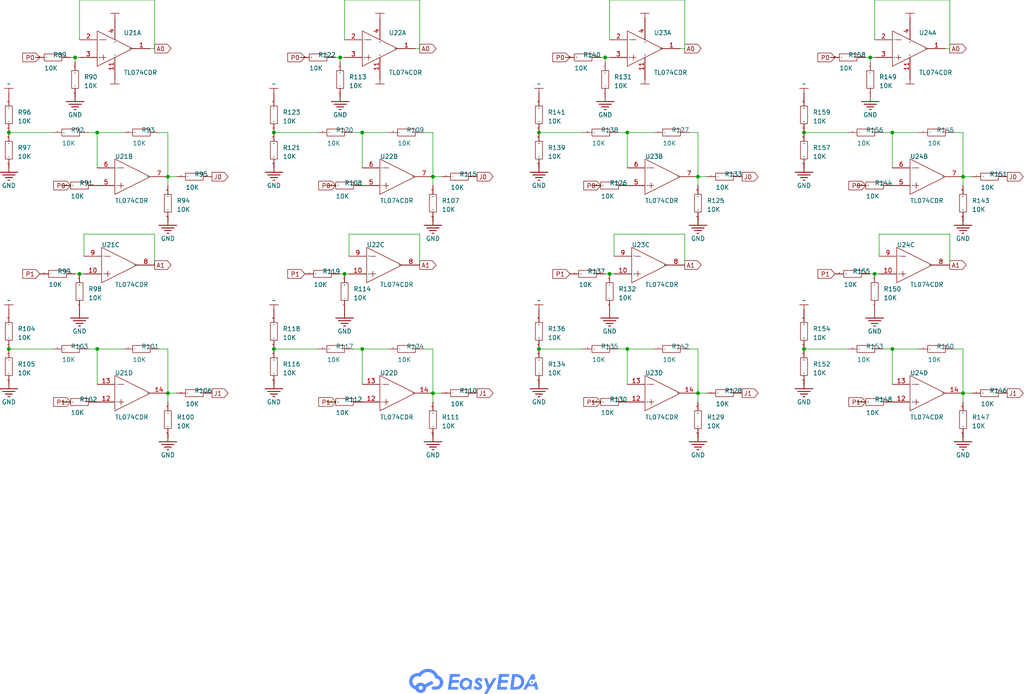
<source format=kicad_sch>
(kicad_sch (version 20231120) (generator "eeschema") (generator_version "8.0")
  (paper "User" 294.386 199.542)
  (junction (at 22.86 78.74))
  (junction (at 173.99 16.51))
  (junction (at 256.54 100.33))
  (junction (at 97.79 16.51))
  (junction (at 27.94 100.33))
  (junction (at 200.66 50.8))
  (junction (at 256.54 38.1))
  (junction (at 251.46 78.74))
  (junction (at 154.94 38.1))
  (junction (at 48.26 50.8))
  (junction (at 2.54 38.1))
  (junction (at 2.54 100.33))
  (junction (at 124.46 113.03))
  (junction (at 99.06 78.74))
  (junction (at 231.14 100.33))
  (junction (at 180.34 100.33))
  (junction (at 21.59 16.51))
  (junction (at 48.26 113.03))
  (junction (at 124.46 50.8))
  (junction (at 154.94 100.33))
  (junction (at 104.14 100.33))
  (junction (at 27.94 38.1))
  (junction (at 276.86 50.8))
  (junction (at 180.34 38.1))
  (junction (at 200.66 113.03))
  (junction (at 231.14 38.1))
  (junction (at 78.74 38.1))
  (junction (at 175.26 78.74))
  (junction (at 78.74 100.33))
  (junction (at 250.19 16.51))
  (junction (at 104.14 38.1))
  (junction (at 276.86 113.03))
  (wire (pts (xy 124.46 62.23) (xy 124.46 63.5)))
  (wire (pts (xy 196.85 67.31) (xy 196.85 76.2)))
  (wire (pts (xy 87.63 16.51) (xy 86.36 16.51)))
  (wire (pts (xy 256.54 100.33) (xy 264.16 100.33)))
  (wire (pts (xy 17.78 53.34) (xy 20.32 53.34)))
  (wire (pts (xy 48.26 62.23) (xy 48.26 63.5)))
  (wire (pts (xy 256.54 48.26) (xy 256.54 38.1)))
  (wire (pts (xy 240.03 16.51) (xy 238.76 16.51)))
  (wire (pts (xy 104.14 110.49) (xy 104.14 100.33)))
  (wire (pts (xy 196.85 0) (xy 175.26 0)))
  (wire (pts (xy 256.54 100.33) (xy 254 100.33)))
  (wire (pts (xy 48.26 53.34) (xy 48.26 50.8)))
  (wire (pts (xy 163.83 16.51) (xy 162.56 16.51)))
  (wire (pts (xy 48.26 50.8) (xy 50.8 50.8)))
  (wire (pts (xy 231.14 110.49) (xy 231.14 109.22)))
  (wire (pts (xy 21.59 16.51) (xy 22.86 16.51)))
  (wire (pts (xy 48.26 115.57) (xy 48.26 113.03)))
  (wire (pts (xy 173.99 16.51) (xy 175.26 16.51)))
  (wire (pts (xy 276.86 62.23) (xy 276.86 63.5)))
  (wire (pts (xy 276.86 53.34) (xy 276.86 50.8)))
  (wire (pts (xy 200.66 50.8) (xy 203.2 50.8)))
  (wire (pts (xy 173.99 16.51) (xy 173.99 17.78)))
  (wire (pts (xy 196.85 0) (xy 196.85 13.97)))
  (wire (pts (xy 11.43 16.51) (xy 10.16 16.51)))
  (wire (pts (xy 243.84 38.1) (xy 231.14 38.1)))
  (wire (pts (xy 124.46 115.57) (xy 124.46 113.03)))
  (wire (pts (xy 104.14 38.1) (xy 111.76 38.1)))
  (wire (pts (xy 97.79 78.74) (xy 99.06 78.74)))
  (wire (pts (xy 274.32 100.33) (xy 276.86 100.33)))
  (wire (pts (xy 273.05 0) (xy 273.05 13.97)))
  (wire (pts (xy 250.19 16.51) (xy 250.19 17.78)))
  (wire (pts (xy 200.66 50.8) (xy 200.66 38.1)))
  (wire (pts (xy 250.19 78.74) (xy 251.46 78.74)))
  (wire (pts (xy 200.66 62.23) (xy 200.66 63.5)))
  (wire (pts (xy 250.19 16.51) (xy 251.46 16.51)))
  (wire (pts (xy 154.94 110.49) (xy 154.94 109.22)))
  (wire (pts (xy 48.26 113.03) (xy 48.26 100.33)))
  (wire (pts (xy 44.45 67.31) (xy 44.45 76.2)))
  (wire (pts (xy 124.46 53.34) (xy 124.46 50.8)))
  (wire (pts (xy 252.73 78.74) (xy 251.46 78.74)))
  (wire (pts (xy 200.66 115.57) (xy 200.66 113.03)))
  (wire (pts (xy 22.86 11.43) (xy 22.86 0)))
  (wire (pts (xy 273.05 0) (xy 251.46 0)))
  (wire (pts (xy 24.13 67.31) (xy 44.45 67.31)))
  (wire (pts (xy 170.18 53.34) (xy 172.72 53.34)))
  (wire (pts (xy 78.74 48.26) (xy 78.74 46.99)))
  (wire (pts (xy 180.34 48.26) (xy 180.34 38.1)))
  (wire (pts (xy 124.46 50.8) (xy 124.46 38.1)))
  (wire (pts (xy 256.54 38.1) (xy 254 38.1)))
  (wire (pts (xy 44.45 0) (xy 44.45 13.97)))
  (wire (pts (xy 97.79 26.67) (xy 97.79 27.94)))
  (wire (pts (xy 231.14 48.26) (xy 231.14 46.99)))
  (wire (pts (xy 167.64 38.1) (xy 154.94 38.1)))
  (wire (pts (xy 24.13 78.74) (xy 22.86 78.74)))
  (wire (pts (xy 246.38 53.34) (xy 248.92 53.34)))
  (wire (pts (xy 44.45 13.97) (xy 43.18 13.97)))
  (wire (pts (xy 176.53 78.74) (xy 175.26 78.74)))
  (wire (pts (xy 196.85 13.97) (xy 195.58 13.97)))
  (wire (pts (xy 180.34 100.33) (xy 177.8 100.33)))
  (wire (pts (xy 175.26 11.43) (xy 175.26 0)))
  (wire (pts (xy 91.44 100.33) (xy 78.74 100.33)))
  (wire (pts (xy 21.59 16.51) (xy 21.59 17.78)))
  (wire (pts (xy 176.53 67.31) (xy 176.53 73.66)))
  (wire (pts (xy 99.06 11.43) (xy 99.06 0)))
  (wire (pts (xy 200.66 124.46) (xy 200.66 125.73)))
  (wire (pts (xy 170.18 115.57) (xy 172.72 115.57)))
  (wire (pts (xy 48.26 113.03) (xy 50.8 113.03)))
  (wire (pts (xy 44.45 0) (xy 22.86 0)))
  (wire (pts (xy 180.34 110.49) (xy 180.34 100.33)))
  (wire (pts (xy 104.14 48.26) (xy 104.14 38.1)))
  (wire (pts (xy 176.53 67.31) (xy 196.85 67.31)))
  (wire (pts (xy 91.44 38.1) (xy 78.74 38.1)))
  (wire (pts (xy 276.86 113.03) (xy 276.86 100.33)))
  (wire (pts (xy 172.72 16.51) (xy 173.99 16.51)))
  (wire (pts (xy 173.99 26.67) (xy 173.99 27.94)))
  (wire (pts (xy 276.86 113.03) (xy 279.4 113.03)))
  (wire (pts (xy 200.66 113.03) (xy 203.2 113.03)))
  (wire (pts (xy 248.92 16.51) (xy 250.19 16.51)))
  (wire (pts (xy 121.92 100.33) (xy 124.46 100.33)))
  (wire (pts (xy 200.66 113.03) (xy 200.66 100.33)))
  (wire (pts (xy 120.65 67.31) (xy 120.65 76.2)))
  (wire (pts (xy 273.05 67.31) (xy 273.05 76.2)))
  (wire (pts (xy 27.94 100.33) (xy 35.56 100.33)))
  (wire (pts (xy 104.14 100.33) (xy 101.6 100.33)))
  (wire (pts (xy 121.92 38.1) (xy 124.46 38.1)))
  (wire (pts (xy 256.54 38.1) (xy 264.16 38.1)))
  (wire (pts (xy 180.34 100.33) (xy 187.96 100.33)))
  (wire (pts (xy 180.34 38.1) (xy 187.96 38.1)))
  (wire (pts (xy 120.65 13.97) (xy 119.38 13.97)))
  (wire (pts (xy 97.79 16.51) (xy 99.06 16.51)))
  (wire (pts (xy 198.12 100.33) (xy 200.66 100.33)))
  (wire (pts (xy 24.13 67.31) (xy 24.13 73.66)))
  (wire (pts (xy 252.73 67.31) (xy 273.05 67.31)))
  (wire (pts (xy 27.94 100.33) (xy 25.4 100.33)))
  (wire (pts (xy 27.94 48.26) (xy 27.94 38.1)))
  (wire (pts (xy 21.59 26.67) (xy 21.59 27.94)))
  (wire (pts (xy 273.05 13.97) (xy 271.78 13.97)))
  (wire (pts (xy 15.24 38.1) (xy 2.54 38.1)))
  (wire (pts (xy 276.86 50.8) (xy 279.4 50.8)))
  (wire (pts (xy 173.99 78.74) (xy 175.26 78.74)))
  (wire (pts (xy 45.72 100.33) (xy 48.26 100.33)))
  (wire (pts (xy 27.94 38.1) (xy 25.4 38.1)))
  (wire (pts (xy 120.65 0) (xy 99.06 0)))
  (wire (pts (xy 276.86 50.8) (xy 276.86 38.1)))
  (wire (pts (xy 180.34 38.1) (xy 177.8 38.1)))
  (wire (pts (xy 276.86 124.46) (xy 276.86 125.73)))
  (wire (pts (xy 100.33 67.31) (xy 120.65 67.31)))
  (wire (pts (xy 256.54 110.49) (xy 256.54 100.33)))
  (wire (pts (xy 45.72 38.1) (xy 48.26 38.1)))
  (wire (pts (xy 167.64 100.33) (xy 154.94 100.33)))
  (wire (pts (xy 100.33 78.74) (xy 99.06 78.74)))
  (wire (pts (xy 250.19 26.67) (xy 250.19 27.94)))
  (wire (pts (xy 200.66 53.34) (xy 200.66 50.8)))
  (wire (pts (xy 104.14 100.33) (xy 111.76 100.33)))
  (wire (pts (xy 243.84 100.33) (xy 231.14 100.33)))
  (wire (pts (xy 27.94 110.49) (xy 27.94 100.33)))
  (wire (pts (xy 96.52 16.51) (xy 97.79 16.51)))
  (wire (pts (xy 252.73 67.31) (xy 252.73 73.66)))
  (wire (pts (xy 124.46 50.8) (xy 127 50.8)))
  (wire (pts (xy 274.32 38.1) (xy 276.86 38.1)))
  (wire (pts (xy 48.26 50.8) (xy 48.26 38.1)))
  (wire (pts (xy 48.26 124.46) (xy 48.26 125.73)))
  (wire (pts (xy 21.59 78.74) (xy 22.86 78.74)))
  (wire (pts (xy 27.94 38.1) (xy 35.56 38.1)))
  (wire (pts (xy 78.74 110.49) (xy 78.74 109.22)))
  (wire (pts (xy 198.12 38.1) (xy 200.66 38.1)))
  (wire (pts (xy 276.86 115.57) (xy 276.86 113.03)))
  (wire (pts (xy 2.54 48.26) (xy 2.54 46.99)))
  (wire (pts (xy 97.79 16.51) (xy 97.79 17.78)))
  (wire (pts (xy 2.54 110.49) (xy 2.54 109.22)))
  (wire (pts (xy 154.94 48.26) (xy 154.94 46.99)))
  (wire (pts (xy 100.33 67.31) (xy 100.33 73.66)))
  (wire (pts (xy 120.65 0) (xy 120.65 13.97)))
  (wire (pts (xy 124.46 113.03) (xy 127 113.03)))
  (wire (pts (xy 20.32 16.51) (xy 21.59 16.51)))
  (wire (pts (xy 251.46 11.43) (xy 251.46 0)))
  (wire (pts (xy 17.78 115.57) (xy 20.32 115.57)))
  (wire (pts (xy 246.38 115.57) (xy 248.92 115.57)))
  (wire (pts (xy 124.46 113.03) (xy 124.46 100.33)))
  (wire (pts (xy 104.14 38.1) (xy 101.6 38.1)))
  (wire (pts (xy 124.46 124.46) (xy 124.46 125.73)))
  (wire (pts (xy 15.24 100.33) (xy 2.54 100.33)))
  (wire (pts (xy 93.98 115.57) (xy 96.52 115.57)))
  (wire (pts (xy 93.98 53.34) (xy 96.52 53.34)))
  (global_label "P1" (shape input) (at 11.43 78.74 180) (property "Intersheetrefs" "${INTERSHEET_REFS}" (effects (hide yes))))
  (global_label "P1" (shape input) (at 240.03 78.74 180) (property "Intersheetrefs" "${INTERSHEET_REFS}" (effects (hide yes))))
  (global_label "P0" (shape input) (at 11.43 16.51 180) (property "Intersheetrefs" "${INTERSHEET_REFS}" (effects (hide yes))))
  (global_label "A0" (shape output) (at 196.85 13.97 0) (property "Intersheetrefs" "${INTERSHEET_REFS}" (effects (hide yes))))
  (global_label "J0" (shape output) (at 60.96 50.8 0) (property "Intersheetrefs" "${INTERSHEET_REFS}" (effects (hide yes))))
  (global_label "J1" (shape output) (at 289.56 113.03 0) (property "Intersheetrefs" "${INTERSHEET_REFS}" (effects (hide yes))))
  (global_label "J0" (shape output) (at 137.16 50.8 0) (property "Intersheetrefs" "${INTERSHEET_REFS}" (effects (hide yes))))
  (global_label "J0" (shape output) (at 213.36 50.8 0) (property "Intersheetrefs" "${INTERSHEET_REFS}" (effects (hide yes))))
  (global_label "P1" (shape input) (at 96.52 115.57 180) (property "Intersheetrefs" "${INTERSHEET_REFS}" (effects (hide yes))))
  (global_label "P1" (shape input) (at 172.72 115.57 180) (property "Intersheetrefs" "${INTERSHEET_REFS}" (effects (hide yes))))
  (global_label "A0" (shape output) (at 44.45 13.97 0) (property "Intersheetrefs" "${INTERSHEET_REFS}" (effects (hide yes))))
  (global_label "J1" (shape output) (at 213.36 113.03 0) (property "Intersheetrefs" "${INTERSHEET_REFS}" (effects (hide yes))))
  (global_label "A0" (shape output) (at 273.05 13.97 0) (property "Intersheetrefs" "${INTERSHEET_REFS}" (effects (hide yes))))
  (global_label "P0" (shape input) (at 20.32 53.34 180) (property "Intersheetrefs" "${INTERSHEET_REFS}" (effects (hide yes))))
  (global_label "A1" (shape output) (at 273.05 76.2 0) (property "Intersheetrefs" "${INTERSHEET_REFS}" (effects (hide yes))))
  (global_label "P0" (shape input) (at 87.63 16.51 180) (property "Intersheetrefs" "${INTERSHEET_REFS}" (effects (hide yes))))
  (global_label "P1" (shape input) (at 163.83 78.74 180) (property "Intersheetrefs" "${INTERSHEET_REFS}" (effects (hide yes))))
  (global_label "P0" (shape input) (at 163.83 16.51 180) (property "Intersheetrefs" "${INTERSHEET_REFS}" (effects (hide yes))))
  (global_label "J0" (shape output) (at 289.56 50.8 0) (property "Intersheetrefs" "${INTERSHEET_REFS}" (effects (hide yes))))
  (global_label "P1" (shape input) (at 20.32 115.57 180) (property "Intersheetrefs" "${INTERSHEET_REFS}" (effects (hide yes))))
  (global_label "J1" (shape output) (at 137.16 113.03 0) (property "Intersheetrefs" "${INTERSHEET_REFS}" (effects (hide yes))))
  (global_label "J1" (shape output) (at 60.96 113.03 0) (property "Intersheetrefs" "${INTERSHEET_REFS}" (effects (hide yes))))
  (global_label "P1" (shape input) (at 87.63 78.74 180) (property "Intersheetrefs" "${INTERSHEET_REFS}" (effects (hide yes))))
  (global_label "P0" (shape input) (at 248.92 53.34 180) (property "Intersheetrefs" "${INTERSHEET_REFS}" (effects (hide yes))))
  (global_label "P1" (shape input) (at 248.92 115.57 180) (property "Intersheetrefs" "${INTERSHEET_REFS}" (effects (hide yes))))
  (global_label "A0" (shape output) (at 120.65 13.97 0) (property "Intersheetrefs" "${INTERSHEET_REFS}" (effects (hide yes))))
  (global_label "P0" (shape input) (at 172.72 53.34 180) (property "Intersheetrefs" "${INTERSHEET_REFS}" (effects (hide yes))))
  (global_label "P0" (shape input) (at 240.03 16.51 180) (property "Intersheetrefs" "${INTERSHEET_REFS}" (effects (hide yes))))
  (global_label "A1" (shape output) (at 120.65 76.2 0) (property "Intersheetrefs" "${INTERSHEET_REFS}" (effects (hide yes))))
  (global_label "A1" (shape output) (at 44.45 76.2 0) (property "Intersheetrefs" "${INTERSHEET_REFS}" (effects (hide yes))))
  (global_label "A1" (shape output) (at 196.85 76.2 0) (property "Intersheetrefs" "${INTERSHEET_REFS}" (effects (hide yes))))
  (global_label "P0" (shape input) (at 96.52 53.34 180) (property "Intersheetrefs" "${INTERSHEET_REFS}" (effects (hide yes))))
  (symbol (lib_id "ProPrj_Fad-easyedapro:Ground-GND") (at 78.74 109.22 0) (unit 1)
    (property "Reference" "#PWR?" (effects (hide yes)))
    (property "Value" "GND" (at 78.74 115.57 0))
    (property "Footprint" "ProPrj_Fad-easyedapro:" (effects (hide yes)))
  )
  (symbol (lib_id "ProPrj_Fad-easyedapro:Ground-GND") (at 231.14 109.22 0) (unit 1)
    (property "Reference" "#PWR?" (effects (hide yes)))
    (property "Value" "GND" (at 231.14 115.57 0))
    (property "Footprint" "ProPrj_Fad-easyedapro:" (effects (hide yes)))
  )
  (symbol (lib_id "ProPrj_Fad-easyedapro:Res") (at 99.06 115.57 0) (unit 1)
    (property "Reference" "R112" (at 99.06 115.57 0) (effects (justify left bottom)))
    (property "Value" "10K" (at 96.52 119.38 0) (effects (justify left bottom)))
    (property "Footprint" "ProPrj_Fad-easyedapro:R0603" (effects (hide yes)))
  )
  (symbol (lib_id "ProPrj_Fad-easyedapro:Res") (at 96.52 38.1 0) (unit 1)
    (property "Reference" "R120" (at 96.52 38.1 0) (effects (justify left bottom)))
    (property "Value" "10K" (at 93.98 41.91 0) (effects (justify left bottom)))
    (property "Footprint" "ProPrj_Fad-easyedapro:R0603" (effects (hide yes)))
  )
  (symbol (lib_id "ProPrj_Fad-easyedapro:Res") (at 245.11 78.74 0) (unit 1)
    (property "Reference" "R155" (at 245.11 78.74 0) (effects (justify left bottom)))
    (property "Value" "10K" (at 242.57 82.55 0) (effects (justify left bottom)))
    (property "Footprint" "ProPrj_Fad-easyedapro:R0603" (effects (hide yes)))
  )
  (symbol (lib_id "ProPrj_Fad-easyedapro:TL074CDR") (at 33.02 13.97 0) (unit 1)
    (property "Reference" "U21" (at 35.56 10.16 0) (effects (justify left bottom)))
    (property "Value" "TL074CDR" (at 35.56 21.59 0) (effects (justify left bottom)))
    (property "Footprint" "ProPrj_Fad-easyedapro:SOIC-14_L8.7-W3.9-P1.27-LS6.0-BL" (effects (hide yes)))
    (property "Datasheet" "https://www.ti.com/cn/lit/gpn/tl074" (effects (hide yes)))
    (property "Description" "Gain Bandwidth Product(GBP):5.25MHz Current - Input Bias(Ib):65pA Voltage - Input Offset(Vos):3mV Slew Rate(SR):13V/us Supply Current Per Channel:1.4mA Operating Temperature:0°C~+70°C Operating Temperature:0°C~+70°C" (effects (hide yes)))
    (property "Manufacturer Part" "TL074CDR" (effects (hide yes)))
    (property "Manufacturer" "TI(德州仪器)" (effects (hide yes)))
    (property "Supplier Part" "C12594" (effects (hide yes)))
    (property "Supplier" "LCSC" (effects (hide yes)))
    (property "LCSC Part Name" "TL074CDR" (effects (hide yes)))
    (property "Relevance" "[]" (effects (hide yes)))
  )
  (symbol (lib_id "ProPrj_Fad-easyedapro:TL074CDR") (at 110.49 76.2 0) (unit 3)
    (property "Reference" "U22" (at 105.41 71.12 0) (effects (justify left bottom)))
    (property "Value" "TL074CDR" (at 109.22 82.55 0) (effects (justify left bottom)))
    (property "Footprint" "ProPrj_Fad-easyedapro:SOIC-14_L8.7-W3.9-P1.27-LS6.0-BL" (effects (hide yes)))
    (property "Datasheet" "https://www.ti.com/cn/lit/gpn/tl074" (effects (hide yes)))
    (property "Description" "Gain Bandwidth Product(GBP):5.25MHz Current - Input Bias(Ib):65pA Voltage - Input Offset(Vos):3mV Slew Rate(SR):13V/us Supply Current Per Channel:1.4mA Operating Temperature:0°C~+70°C Operating Temperature:0°C~+70°C" (effects (hide yes)))
    (property "Manufacturer Part" "TL074CDR" (effects (hide yes)))
    (property "Manufacturer" "TI(德州仪器)" (effects (hide yes)))
    (property "Supplier Part" "C12594" (effects (hide yes)))
    (property "Supplier" "LCSC" (effects (hide yes)))
    (property "LCSC Part Name" "TL074CDR" (effects (hide yes)))
    (property "Relevance" "[]" (effects (hide yes)))
  )
  (symbol (lib_id "ProPrj_Fad-easyedapro:Power-5V") (at 2.54 90.17 0) (unit 1)
    (property "Reference" "#PWR?" (effects (hide yes)))
    (property "Footprint" "ProPrj_Fad-easyedapro:" (effects (hide yes)))
    (property "Description" "Power-5V" (effects (hide yes)))
  )
  (symbol (lib_id "ProPrj_Fad-easyedapro:Drawing-Symbol_A4") (at -6.35 203.2 0) (unit 1)
    (property "Reference" "?" (at -6.35 203.2 0))
    (property "Footprint" "ProPrj_Fad-easyedapro:" (effects (hide yes)))
    (property "@Board Name" "Board1" (effects (hide yes)))
    (property "@Create Date" "2025-02-10" (effects (hide yes)))
    (property "@Create Time" "17:05:29" (effects (hide yes)))
    (property "@Page Count" "2" (effects (hide yes)))
    (property "@Page Name" "P2" (effects (hide yes)))
    (property "@Page No" "2" (effects (hide yes)))
    (property "@Project Name" "FaderBay" (effects (hide yes)))
    (property "@Schematic Name" "Schematic1" (effects (hide yes)))
    (property "@Update Date" "2025-02-10" (effects (hide yes)))
    (property "@Update Time" "18:05:29" (effects (hide yes)))
    (property "Blade Width" "10" (effects (hide yes)))
    (property "Border" "1" (effects (hide yes)))
    (property "Company" "EasyEDA.com" (effects (hide yes)))
    (property "Height" "825" (effects (hide yes)))
    (property "Page Size" "A4" (effects (hide yes)))
    (property "Region Start" "1" (effects (hide yes)))
    (property "Title Block" "1" (effects (hide yes)))
    (property "Title Block Position" "3" (effects (hide yes)))
    (property "Version" "V1.0" (effects (hide yes)))
    (property "Width" "1170" (effects (hide yes)))
    (property "X Region Count" "6" (effects (hide yes)))
    (property "Y Region Count" "4" (effects (hide yes)))
  )
  (symbol (lib_id "ProPrj_Fad-easyedapro:Res") (at 16.51 78.74 0) (unit 1)
    (property "Reference" "R99" (at 16.51 78.74 0) (effects (justify left bottom)))
    (property "Value" "10K" (at 13.97 82.55 0) (effects (justify left bottom)))
    (property "Footprint" "ProPrj_Fad-easyedapro:R0603" (effects (hide yes)))
  )
  (symbol (lib_id "ProPrj_Fad-easyedapro:Power-5V") (at 231.14 90.17 0) (unit 1)
    (property "Reference" "#PWR?" (effects (hide yes)))
    (property "Footprint" "ProPrj_Fad-easyedapro:" (effects (hide yes)))
    (property "Description" "Power-5V" (effects (hide yes)))
  )
  (symbol (lib_id "ProPrj_Fad-easyedapro:Power-5V") (at 231.14 27.94 0) (unit 1)
    (property "Reference" "#PWR?" (effects (hide yes)))
    (property "Footprint" "ProPrj_Fad-easyedapro:" (effects (hide yes)))
    (property "Description" "Power-5V" (effects (hide yes)))
  )
  (symbol (lib_id "ProPrj_Fad-easyedapro:Res") (at 91.44 16.51 0) (unit 1)
    (property "Reference" "R122" (at 91.44 16.51 0) (effects (justify left bottom)))
    (property "Value" "10K" (at 88.9 20.32 0) (effects (justify left bottom)))
    (property "Footprint" "ProPrj_Fad-easyedapro:R0603" (effects (hide yes)))
  )
  (symbol (lib_name "Power-VCC_4") (lib_id "ProPrj_Fad-easyedapro:Power-VCC") (at 261.62 21.59 180) (unit 1)
    (property "Reference" "#PWR?" (effects (hide yes)))
    (property "Value" "-12V" (effects (hide yes)))
    (property "Footprint" "ProPrj_Fad-easyedapro:" (effects (hide yes)))
  )
  (symbol (lib_id "ProPrj_Fad-easyedapro:Ground-GND") (at 231.14 46.99 0) (unit 1)
    (property "Reference" "#PWR?" (effects (hide yes)))
    (property "Value" "GND" (at 231.14 53.34 0))
    (property "Footprint" "ProPrj_Fad-easyedapro:" (effects (hide yes)))
  )
  (symbol (lib_id "ProPrj_Fad-easyedapro:Res") (at 124.46 58.42 90) (unit 1)
    (property "Reference" "R107" (at 127 58.42 90) (effects (justify right top)))
    (property "Value" "10K" (at 127 60.96 90) (effects (justify right top)))
    (property "Footprint" "ProPrj_Fad-easyedapro:R0603" (effects (hide yes)))
  )
  (symbol (lib_name "Power-VCC_3") (lib_id "ProPrj_Fad-easyedapro:Power-VCC") (at 185.42 21.59 180) (unit 1)
    (property "Reference" "#PWR?" (effects (hide yes)))
    (property "Value" "-12V" (effects (hide yes)))
    (property "Footprint" "ProPrj_Fad-easyedapro:" (effects (hide yes)))
  )
  (symbol (lib_id "ProPrj_Fad-easyedapro:Res") (at 173.99 22.86 90) (unit 1)
    (property "Reference" "R131" (at 176.53 22.86 90) (effects (justify right top)))
    (property "Value" "10K" (at 176.53 25.4 90) (effects (justify right top)))
    (property "Footprint" "ProPrj_Fad-easyedapro:R0603" (effects (hide yes)))
  )
  (symbol (lib_id "ProPrj_Fad-easyedapro:Power-VCC") (at 185.42 6.35 0) (unit 1)
    (property "Reference" "#PWR?" (effects (hide yes)))
    (property "Value" "+12V" (effects (hide yes)))
    (property "Footprint" "ProPrj_Fad-easyedapro:" (effects (hide yes)))
  )
  (symbol (lib_id "ProPrj_Fad-easyedapro:Res") (at 200.66 120.65 90) (unit 1)
    (property "Reference" "R129" (at 203.2 120.65 90) (effects (justify right top)))
    (property "Value" "10K" (at 203.2 123.19 90) (effects (justify right top)))
    (property "Footprint" "ProPrj_Fad-easyedapro:R0603" (effects (hide yes)))
  )
  (symbol (lib_id "ProPrj_Fad-easyedapro:Res") (at 99.06 53.34 0) (unit 1)
    (property "Reference" "R108" (at 99.06 53.34 0) (effects (justify left bottom)))
    (property "Value" "10K" (at 96.52 57.15 0) (effects (justify left bottom)))
    (property "Footprint" "ProPrj_Fad-easyedapro:R0603" (effects (hide yes)))
  )
  (symbol (lib_id "ProPrj_Fad-easyedapro:Res") (at 22.86 53.34 0) (unit 1)
    (property "Reference" "R91" (at 22.86 53.34 0) (effects (justify left bottom)))
    (property "Value" "10K" (at 20.32 57.15 0) (effects (justify left bottom)))
    (property "Footprint" "ProPrj_Fad-easyedapro:R0603" (effects (hide yes)))
  )
  (symbol (lib_id "ProPrj_Fad-easyedapro:TL074CDR") (at 190.5 50.8 0) (unit 2)
    (property "Reference" "U23" (at 185.42 45.72 0) (effects (justify left bottom)))
    (property "Value" "TL074CDR" (at 185.42 58.42 0) (effects (justify left bottom)))
    (property "Footprint" "ProPrj_Fad-easyedapro:SOIC-14_L8.7-W3.9-P1.27-LS6.0-BL" (effects (hide yes)))
    (property "Datasheet" "https://www.ti.com/cn/lit/gpn/tl074" (effects (hide yes)))
    (property "Description" "Gain Bandwidth Product(GBP):5.25MHz Current - Input Bias(Ib):65pA Voltage - Input Offset(Vos):3mV Slew Rate(SR):13V/us Supply Current Per Channel:1.4mA Operating Temperature:0°C~+70°C Operating Temperature:0°C~+70°C" (effects (hide yes)))
    (property "Manufacturer Part" "TL074CDR" (effects (hide yes)))
    (property "Manufacturer" "TI(德州仪器)" (effects (hide yes)))
    (property "Supplier Part" "C12594" (effects (hide yes)))
    (property "Supplier" "LCSC" (effects (hide yes)))
    (property "LCSC Part Name" "TL074CDR" (effects (hide yes)))
    (property "Relevance" "[]" (effects (hide yes)))
  )
  (symbol (lib_id "ProPrj_Fad-easyedapro:TL074CDR") (at 266.7 50.8 0) (unit 2)
    (property "Reference" "U24" (at 261.62 45.72 0) (effects (justify left bottom)))
    (property "Value" "TL074CDR" (at 261.62 58.42 0) (effects (justify left bottom)))
    (property "Footprint" "ProPrj_Fad-easyedapro:SOIC-14_L8.7-W3.9-P1.27-LS6.0-BL" (effects (hide yes)))
    (property "Datasheet" "https://www.ti.com/cn/lit/gpn/tl074" (effects (hide yes)))
    (property "Description" "Gain Bandwidth Product(GBP):5.25MHz Current - Input Bias(Ib):65pA Voltage - Input Offset(Vos):3mV Slew Rate(SR):13V/us Supply Current Per Channel:1.4mA Operating Temperature:0°C~+70°C Operating Temperature:0°C~+70°C" (effects (hide yes)))
    (property "Manufacturer Part" "TL074CDR" (effects (hide yes)))
    (property "Manufacturer" "TI(德州仪器)" (effects (hide yes)))
    (property "Supplier Part" "C12594" (effects (hide yes)))
    (property "Supplier" "LCSC" (effects (hide yes)))
    (property "LCSC Part Name" "TL074CDR" (effects (hide yes)))
    (property "Relevance" "[]" (effects (hide yes)))
  )
  (symbol (lib_id "ProPrj_Fad-easyedapro:TL074CDR") (at 185.42 13.97 0) (unit 1)
    (property "Reference" "U23" (at 187.96 10.16 0) (effects (justify left bottom)))
    (property "Value" "TL074CDR" (at 187.96 21.59 0) (effects (justify left bottom)))
    (property "Footprint" "ProPrj_Fad-easyedapro:SOIC-14_L8.7-W3.9-P1.27-LS6.0-BL" (effects (hide yes)))
    (property "Datasheet" "https://www.ti.com/cn/lit/gpn/tl074" (effects (hide yes)))
    (property "Description" "Gain Bandwidth Product(GBP):5.25MHz Current - Input Bias(Ib):65pA Voltage - Input Offset(Vos):3mV Slew Rate(SR):13V/us Supply Current Per Channel:1.4mA Operating Temperature:0°C~+70°C Operating Temperature:0°C~+70°C" (effects (hide yes)))
    (property "Manufacturer Part" "TL074CDR" (effects (hide yes)))
    (property "Manufacturer" "TI(德州仪器)" (effects (hide yes)))
    (property "Supplier Part" "C12594" (effects (hide yes)))
    (property "Supplier" "LCSC" (effects (hide yes)))
    (property "LCSC Part Name" "TL074CDR" (effects (hide yes)))
    (property "Relevance" "[]" (effects (hide yes)))
  )
  (symbol (lib_id "ProPrj_Fad-easyedapro:Ground-GND") (at 250.19 26.67 0) (unit 1)
    (property "Reference" "#PWR?" (effects (hide yes)))
    (property "Value" "GND" (at 250.19 33.02 0))
    (property "Footprint" "ProPrj_Fad-easyedapro:" (effects (hide yes)))
  )
  (symbol (lib_id "ProPrj_Fad-easyedapro:Ground-GND") (at 22.86 88.9 0) (unit 1)
    (property "Reference" "#PWR?" (effects (hide yes)))
    (property "Value" "GND" (at 22.86 95.25 0))
    (property "Footprint" "ProPrj_Fad-easyedapro:" (effects (hide yes)))
  )
  (symbol (lib_id "ProPrj_Fad-easyedapro:Ground-GND") (at 276.86 124.46 0) (unit 1)
    (property "Reference" "#PWR?" (effects (hide yes)))
    (property "Value" "GND" (at 276.86 130.81 0))
    (property "Footprint" "ProPrj_Fad-easyedapro:" (effects (hide yes)))
  )
  (symbol (lib_id "ProPrj_Fad-easyedapro:Res") (at 132.08 113.03 0) (unit 1)
    (property "Reference" "R110" (at 132.08 113.03 0) (effects (justify left bottom)))
    (property "Value" "10K" (at 129.54 116.84 0) (effects (justify left bottom)))
    (property "Footprint" "ProPrj_Fad-easyedapro:R0603" (effects (hide yes)))
  )
  (symbol (lib_id "ProPrj_Fad-easyedapro:Ground-GND") (at 99.06 88.9 0) (unit 1)
    (property "Reference" "#PWR?" (effects (hide yes)))
    (property "Value" "GND" (at 99.06 95.25 0))
    (property "Footprint" "ProPrj_Fad-easyedapro:" (effects (hide yes)))
  )
  (symbol (lib_id "ProPrj_Fad-easyedapro:Power-5V") (at 154.94 90.17 0) (unit 1)
    (property "Reference" "#PWR?" (effects (hide yes)))
    (property "Footprint" "ProPrj_Fad-easyedapro:" (effects (hide yes)))
    (property "Description" "Power-5V" (effects (hide yes)))
  )
  (symbol (lib_id "ProPrj_Fad-easyedapro:Res") (at 92.71 78.74 0) (unit 1)
    (property "Reference" "R119" (at 92.71 78.74 0) (effects (justify left bottom)))
    (property "Value" "10K" (at 90.17 82.55 0) (effects (justify left bottom)))
    (property "Footprint" "ProPrj_Fad-easyedapro:R0603" (effects (hide yes)))
  )
  (symbol (lib_id "ProPrj_Fad-easyedapro:Res") (at 175.26 53.34 0) (unit 1)
    (property "Reference" "R126" (at 175.26 53.34 0) (effects (justify left bottom)))
    (property "Value" "10K" (at 172.72 57.15 0) (effects (justify left bottom)))
    (property "Footprint" "ProPrj_Fad-easyedapro:R0603" (effects (hide yes)))
  )
  (symbol (lib_id "ProPrj_Fad-easyedapro:TL074CDR") (at 262.89 76.2 0) (unit 3)
    (property "Reference" "U24" (at 257.81 71.12 0) (effects (justify left bottom)))
    (property "Value" "TL074CDR" (at 261.62 82.55 0) (effects (justify left bottom)))
    (property "Footprint" "ProPrj_Fad-easyedapro:SOIC-14_L8.7-W3.9-P1.27-LS6.0-BL" (effects (hide yes)))
    (property "Datasheet" "https://www.ti.com/cn/lit/gpn/tl074" (effects (hide yes)))
    (property "Description" "Gain Bandwidth Product(GBP):5.25MHz Current - Input Bias(Ib):65pA Voltage - Input Offset(Vos):3mV Slew Rate(SR):13V/us Supply Current Per Channel:1.4mA Operating Temperature:0°C~+70°C Operating Temperature:0°C~+70°C" (effects (hide yes)))
    (property "Manufacturer Part" "TL074CDR" (effects (hide yes)))
    (property "Manufacturer" "TI(德州仪器)" (effects (hide yes)))
    (property "Supplier Part" "C12594" (effects (hide yes)))
    (property "Supplier" "LCSC" (effects (hide yes)))
    (property "LCSC Part Name" "TL074CDR" (effects (hide yes)))
    (property "Relevance" "[]" (effects (hide yes)))
  )
  (symbol (lib_id "ProPrj_Fad-easyedapro:Res") (at 193.04 100.33 0) (unit 1)
    (property "Reference" "R142" (at 193.04 100.33 0) (effects (justify left bottom)))
    (property "Value" "10K" (at 190.5 104.14 0) (effects (justify left bottom)))
    (property "Footprint" "ProPrj_Fad-easyedapro:R0603" (effects (hide yes)))
  )
  (symbol (lib_id "ProPrj_Fad-easyedapro:Res") (at 172.72 38.1 0) (unit 1)
    (property "Reference" "R138" (at 172.72 38.1 0) (effects (justify left bottom)))
    (property "Value" "10K" (at 170.18 41.91 0) (effects (justify left bottom)))
    (property "Footprint" "ProPrj_Fad-easyedapro:R0603" (effects (hide yes)))
  )
  (symbol (lib_id "ProPrj_Fad-easyedapro:Ground-GND") (at 251.46 88.9 0) (unit 1)
    (property "Reference" "#PWR?" (effects (hide yes)))
    (property "Value" "GND" (at 251.46 95.25 0))
    (property "Footprint" "ProPrj_Fad-easyedapro:" (effects (hide yes)))
  )
  (symbol (lib_id "ProPrj_Fad-easyedapro:Res") (at 97.79 22.86 90) (unit 1)
    (property "Reference" "R113" (at 100.33 22.86 90) (effects (justify right top)))
    (property "Value" "10K" (at 100.33 25.4 90) (effects (justify right top)))
    (property "Footprint" "ProPrj_Fad-easyedapro:R0603" (effects (hide yes)))
  )
  (symbol (lib_id "ProPrj_Fad-easyedapro:Res") (at 116.84 100.33 0) (unit 1)
    (property "Reference" "R124" (at 116.84 100.33 0) (effects (justify left bottom)))
    (property "Value" "10K" (at 114.3 104.14 0) (effects (justify left bottom)))
    (property "Footprint" "ProPrj_Fad-easyedapro:R0603" (effects (hide yes)))
  )
  (symbol (lib_id "ProPrj_Fad-easyedapro:Res") (at 231.14 43.18 90) (unit 1)
    (property "Reference" "R157" (at 233.68 43.18 90) (effects (justify right top)))
    (property "Value" "10K" (at 233.68 45.72 90) (effects (justify right top)))
    (property "Footprint" "ProPrj_Fad-easyedapro:R0603" (effects (hide yes)))
  )
  (symbol (lib_id "ProPrj_Fad-easyedapro:Ground-GND") (at 48.26 62.23 0) (unit 1)
    (property "Reference" "#PWR?" (effects (hide yes)))
    (property "Value" "GND" (at 48.26 68.58 0))
    (property "Footprint" "ProPrj_Fad-easyedapro:" (effects (hide yes)))
  )
  (symbol (lib_id "ProPrj_Fad-easyedapro:TL074CDR") (at 186.69 76.2 0) (unit 3)
    (property "Reference" "U23" (at 181.61 71.12 0) (effects (justify left bottom)))
    (property "Value" "TL074CDR" (at 185.42 82.55 0) (effects (justify left bottom)))
    (property "Footprint" "ProPrj_Fad-easyedapro:SOIC-14_L8.7-W3.9-P1.27-LS6.0-BL" (effects (hide yes)))
    (property "Datasheet" "https://www.ti.com/cn/lit/gpn/tl074" (effects (hide yes)))
    (property "Description" "Gain Bandwidth Product(GBP):5.25MHz Current - Input Bias(Ib):65pA Voltage - Input Offset(Vos):3mV Slew Rate(SR):13V/us Supply Current Per Channel:1.4mA Operating Temperature:0°C~+70°C Operating Temperature:0°C~+70°C" (effects (hide yes)))
    (property "Manufacturer Part" "TL074CDR" (effects (hide yes)))
    (property "Manufacturer" "TI(德州仪器)" (effects (hide yes)))
    (property "Supplier Part" "C12594" (effects (hide yes)))
    (property "Supplier" "LCSC" (effects (hide yes)))
    (property "LCSC Part Name" "TL074CDR" (effects (hide yes)))
    (property "Relevance" "[]" (effects (hide yes)))
  )
  (symbol (lib_id "ProPrj_Fad-easyedapro:Res") (at 208.28 50.8 0) (unit 1)
    (property "Reference" "R133" (at 208.28 50.8 0) (effects (justify left bottom)))
    (property "Value" "10K" (at 205.74 54.61 0) (effects (justify left bottom)))
    (property "Footprint" "ProPrj_Fad-easyedapro:R0603" (effects (hide yes)))
  )
  (symbol (lib_id "ProPrj_Fad-easyedapro:TL074CDR") (at 261.62 13.97 0) (unit 1)
    (property "Reference" "U24" (at 264.16 10.16 0) (effects (justify left bottom)))
    (property "Value" "TL074CDR" (at 264.16 21.59 0) (effects (justify left bottom)))
    (property "Footprint" "ProPrj_Fad-easyedapro:SOIC-14_L8.7-W3.9-P1.27-LS6.0-BL" (effects (hide yes)))
    (property "Datasheet" "https://www.ti.com/cn/lit/gpn/tl074" (effects (hide yes)))
    (property "Description" "Gain Bandwidth Product(GBP):5.25MHz Current - Input Bias(Ib):65pA Voltage - Input Offset(Vos):3mV Slew Rate(SR):13V/us Supply Current Per Channel:1.4mA Operating Temperature:0°C~+70°C Operating Temperature:0°C~+70°C" (effects (hide yes)))
    (property "Manufacturer Part" "TL074CDR" (effects (hide yes)))
    (property "Manufacturer" "TI(德州仪器)" (effects (hide yes)))
    (property "Supplier Part" "C12594" (effects (hide yes)))
    (property "Supplier" "LCSC" (effects (hide yes)))
    (property "LCSC Part Name" "TL074CDR" (effects (hide yes)))
    (property "Relevance" "[]" (effects (hide yes)))
  )
  (symbol (lib_id "ProPrj_Fad-easyedapro:Res") (at 231.14 95.25 90) (unit 1)
    (property "Reference" "R154" (at 233.68 95.25 90) (effects (justify right top)))
    (property "Value" "10K" (at 233.68 97.79 90) (effects (justify right top)))
    (property "Footprint" "ProPrj_Fad-easyedapro:R0603" (effects (hide yes)))
  )
  (symbol (lib_id "ProPrj_Fad-easyedapro:Res") (at 22.86 115.57 0) (unit 1)
    (property "Reference" "R102" (at 22.86 115.57 0) (effects (justify left bottom)))
    (property "Value" "10K" (at 20.32 119.38 0) (effects (justify left bottom)))
    (property "Footprint" "ProPrj_Fad-easyedapro:R0603" (effects (hide yes)))
  )
  (symbol (lib_id "ProPrj_Fad-easyedapro:Res") (at 175.26 115.57 0) (unit 1)
    (property "Reference" "R130" (at 175.26 115.57 0) (effects (justify left bottom)))
    (property "Value" "10K" (at 172.72 119.38 0) (effects (justify left bottom)))
    (property "Footprint" "ProPrj_Fad-easyedapro:R0603" (effects (hide yes)))
  )
  (symbol (lib_id "ProPrj_Fad-easyedapro:Res") (at 2.54 43.18 90) (unit 1)
    (property "Reference" "R97" (at 5.08 43.18 90) (effects (justify right top)))
    (property "Value" "10K" (at 5.08 45.72 90) (effects (justify right top)))
    (property "Footprint" "ProPrj_Fad-easyedapro:R0603" (effects (hide yes)))
  )
  (symbol (lib_id "ProPrj_Fad-easyedapro:Ground-GND") (at 21.59 26.67 0) (unit 1)
    (property "Reference" "#PWR?" (effects (hide yes)))
    (property "Value" "GND" (at 21.59 33.02 0))
    (property "Footprint" "ProPrj_Fad-easyedapro:" (effects (hide yes)))
  )
  (symbol (lib_id "ProPrj_Fad-easyedapro:TL074CDR") (at 114.3 50.8 0) (unit 2)
    (property "Reference" "U22" (at 109.22 45.72 0) (effects (justify left bottom)))
    (property "Value" "TL074CDR" (at 109.22 58.42 0) (effects (justify left bottom)))
    (property "Footprint" "ProPrj_Fad-easyedapro:SOIC-14_L8.7-W3.9-P1.27-LS6.0-BL" (effects (hide yes)))
    (property "Datasheet" "https://www.ti.com/cn/lit/gpn/tl074" (effects (hide yes)))
    (property "Description" "Gain Bandwidth Product(GBP):5.25MHz Current - Input Bias(Ib):65pA Voltage - Input Offset(Vos):3mV Slew Rate(SR):13V/us Supply Current Per Channel:1.4mA Operating Temperature:0°C~+70°C Operating Temperature:0°C~+70°C" (effects (hide yes)))
    (property "Manufacturer Part" "TL074CDR" (effects (hide yes)))
    (property "Manufacturer" "TI(德州仪器)" (effects (hide yes)))
    (property "Supplier Part" "C12594" (effects (hide yes)))
    (property "Supplier" "LCSC" (effects (hide yes)))
    (property "LCSC Part Name" "TL074CDR" (effects (hide yes)))
    (property "Relevance" "[]" (effects (hide yes)))
  )
  (symbol (lib_id "ProPrj_Fad-easyedapro:Res") (at 251.46 83.82 90) (unit 1)
    (property "Reference" "R150" (at 254 83.82 90) (effects (justify right top)))
    (property "Value" "10K" (at 254 86.36 90) (effects (justify right top)))
    (property "Footprint" "ProPrj_Fad-easyedapro:R0603" (effects (hide yes)))
  )
  (symbol (lib_id "ProPrj_Fad-easyedapro:Ground-GND") (at 200.66 62.23 0) (unit 1)
    (property "Reference" "#PWR?" (effects (hide yes)))
    (property "Value" "GND" (at 200.66 68.58 0))
    (property "Footprint" "ProPrj_Fad-easyedapro:" (effects (hide yes)))
  )
  (symbol (lib_id "ProPrj_Fad-easyedapro:Res") (at 22.86 83.82 90) (unit 1)
    (property "Reference" "R98" (at 25.4 83.82 90) (effects (justify right top)))
    (property "Value" "10K" (at 25.4 86.36 90) (effects (justify right top)))
    (property "Footprint" "ProPrj_Fad-easyedapro:R0603" (effects (hide yes)))
  )
  (symbol (lib_id "ProPrj_Fad-easyedapro:Res") (at 78.74 95.25 90) (unit 1)
    (property "Reference" "R118" (at 81.28 95.25 90) (effects (justify right top)))
    (property "Value" "10K" (at 81.28 97.79 90) (effects (justify right top)))
    (property "Footprint" "ProPrj_Fad-easyedapro:R0603" (effects (hide yes)))
  )
  (symbol (lib_id "ProPrj_Fad-easyedapro:Res") (at 248.92 100.33 0) (unit 1)
    (property "Reference" "R153" (at 248.92 100.33 0) (effects (justify left bottom)))
    (property "Value" "10K" (at 246.38 104.14 0) (effects (justify left bottom)))
    (property "Footprint" "ProPrj_Fad-easyedapro:R0603" (effects (hide yes)))
  )
  (symbol (lib_id "ProPrj_Fad-easyedapro:Ground-GND") (at 2.54 46.99 0) (unit 1)
    (property "Reference" "#PWR?" (effects (hide yes)))
    (property "Value" "GND" (at 2.54 53.34 0))
    (property "Footprint" "ProPrj_Fad-easyedapro:" (effects (hide yes)))
  )
  (symbol (lib_id "ProPrj_Fad-easyedapro:Res") (at 269.24 38.1 0) (unit 1)
    (property "Reference" "R145" (at 269.24 38.1 0) (effects (justify left bottom)))
    (property "Value" "10K" (at 266.7 41.91 0) (effects (justify left bottom)))
    (property "Footprint" "ProPrj_Fad-easyedapro:R0603" (effects (hide yes)))
  )
  (symbol (lib_id "ProPrj_Fad-easyedapro:Ground-GND") (at 2.54 109.22 0) (unit 1)
    (property "Reference" "#PWR?" (effects (hide yes)))
    (property "Value" "GND" (at 2.54 115.57 0))
    (property "Footprint" "ProPrj_Fad-easyedapro:" (effects (hide yes)))
  )
  (symbol (lib_id "ProPrj_Fad-easyedapro:Res") (at 96.52 100.33 0) (unit 1)
    (property "Reference" "R117" (at 96.52 100.33 0) (effects (justify left bottom)))
    (property "Value" "10K" (at 93.98 104.14 0) (effects (justify left bottom)))
    (property "Footprint" "ProPrj_Fad-easyedapro:R0603" (effects (hide yes)))
  )
  (symbol (lib_id "ProPrj_Fad-easyedapro:Res") (at 55.88 113.03 0) (unit 1)
    (property "Reference" "R106" (at 55.88 113.03 0) (effects (justify left bottom)))
    (property "Value" "10K" (at 53.34 116.84 0) (effects (justify left bottom)))
    (property "Footprint" "ProPrj_Fad-easyedapro:R0603" (effects (hide yes)))
  )
  (symbol (lib_id "ProPrj_Fad-easyedapro:Ground-GND") (at 173.99 26.67 0) (unit 1)
    (property "Reference" "#PWR?" (effects (hide yes)))
    (property "Value" "GND" (at 173.99 33.02 0))
    (property "Footprint" "ProPrj_Fad-easyedapro:" (effects (hide yes)))
  )
  (symbol (lib_id "ProPrj_Fad-easyedapro:Res") (at 172.72 100.33 0) (unit 1)
    (property "Reference" "R135" (at 172.72 100.33 0) (effects (justify left bottom)))
    (property "Value" "10K" (at 170.18 104.14 0) (effects (justify left bottom)))
    (property "Footprint" "ProPrj_Fad-easyedapro:R0603" (effects (hide yes)))
  )
  (symbol (lib_id "ProPrj_Fad-easyedapro:Res") (at 154.94 105.41 90) (unit 1)
    (property "Reference" "R134" (at 157.48 105.41 90) (effects (justify right top)))
    (property "Value" "10K" (at 157.48 107.95 90) (effects (justify right top)))
    (property "Footprint" "ProPrj_Fad-easyedapro:R0603" (effects (hide yes)))
  )
  (symbol (lib_id "ProPrj_Fad-easyedapro:Res") (at 243.84 16.51 0) (unit 1)
    (property "Reference" "R158" (at 243.84 16.51 0) (effects (justify left bottom)))
    (property "Value" "10K" (at 241.3 20.32 0) (effects (justify left bottom)))
    (property "Footprint" "ProPrj_Fad-easyedapro:R0603" (effects (hide yes)))
  )
  (symbol (lib_name "Power-VCC_1") (lib_id "ProPrj_Fad-easyedapro:Power-VCC") (at 33.02 21.59 180) (unit 1)
    (property "Reference" "#PWR?" (effects (hide yes)))
    (property "Value" "-12V" (effects (hide yes)))
    (property "Footprint" "ProPrj_Fad-easyedapro:" (effects (hide yes)))
  )
  (symbol (lib_id "ProPrj_Fad-easyedapro:Res") (at 175.26 83.82 90) (unit 1)
    (property "Reference" "R132" (at 177.8 83.82 90) (effects (justify right top)))
    (property "Value" "10K" (at 177.8 86.36 90) (effects (justify right top)))
    (property "Footprint" "ProPrj_Fad-easyedapro:R0603" (effects (hide yes)))
  )
  (symbol (lib_id "ProPrj_Fad-easyedapro:Power-VCC") (at 109.22 6.35 0) (unit 1)
    (property "Reference" "#PWR?" (effects (hide yes)))
    (property "Value" "+12V" (effects (hide yes)))
    (property "Footprint" "ProPrj_Fad-easyedapro:" (effects (hide yes)))
  )
  (symbol (lib_id "ProPrj_Fad-easyedapro:Res") (at 48.26 120.65 90) (unit 1)
    (property "Reference" "R100" (at 50.8 120.65 90) (effects (justify right top)))
    (property "Value" "10K" (at 50.8 123.19 90) (effects (justify right top)))
    (property "Footprint" "ProPrj_Fad-easyedapro:R0603" (effects (hide yes)))
  )
  (symbol (lib_id "ProPrj_Fad-easyedapro:Res") (at 154.94 95.25 90) (unit 1)
    (property "Reference" "R136" (at 157.48 95.25 90) (effects (justify right top)))
    (property "Value" "10K" (at 157.48 97.79 90) (effects (justify right top)))
    (property "Footprint" "ProPrj_Fad-easyedapro:R0603" (effects (hide yes)))
  )
  (symbol (lib_id "ProPrj_Fad-easyedapro:TL074CDR") (at 38.1 50.8 0) (unit 2)
    (property "Reference" "U21" (at 33.02 45.72 0) (effects (justify left bottom)))
    (property "Value" "TL074CDR" (at 33.02 58.42 0) (effects (justify left bottom)))
    (property "Footprint" "ProPrj_Fad-easyedapro:SOIC-14_L8.7-W3.9-P1.27-LS6.0-BL" (effects (hide yes)))
    (property "Datasheet" "https://www.ti.com/cn/lit/gpn/tl074" (effects (hide yes)))
    (property "Description" "Gain Bandwidth Product(GBP):5.25MHz Current - Input Bias(Ib):65pA Voltage - Input Offset(Vos):3mV Slew Rate(SR):13V/us Supply Current Per Channel:1.4mA Operating Temperature:0°C~+70°C Operating Temperature:0°C~+70°C" (effects (hide yes)))
    (property "Manufacturer Part" "TL074CDR" (effects (hide yes)))
    (property "Manufacturer" "TI(德州仪器)" (effects (hide yes)))
    (property "Supplier Part" "C12594" (effects (hide yes)))
    (property "Supplier" "LCSC" (effects (hide yes)))
    (property "LCSC Part Name" "TL074CDR" (effects (hide yes)))
    (property "Relevance" "[]" (effects (hide yes)))
  )
  (symbol (lib_id "ProPrj_Fad-easyedapro:Res") (at 193.04 38.1 0) (unit 1)
    (property "Reference" "R127" (at 193.04 38.1 0) (effects (justify left bottom)))
    (property "Value" "10K" (at 190.5 41.91 0) (effects (justify left bottom)))
    (property "Footprint" "ProPrj_Fad-easyedapro:R0603" (effects (hide yes)))
  )
  (symbol (lib_id "ProPrj_Fad-easyedapro:Res") (at 276.86 58.42 90) (unit 1)
    (property "Reference" "R143" (at 279.4 58.42 90) (effects (justify right top)))
    (property "Value" "10K" (at 279.4 60.96 90) (effects (justify right top)))
    (property "Footprint" "ProPrj_Fad-easyedapro:R0603" (effects (hide yes)))
  )
  (symbol (lib_id "ProPrj_Fad-easyedapro:Res") (at 132.08 50.8 0) (unit 1)
    (property "Reference" "R115" (at 132.08 50.8 0) (effects (justify left bottom)))
    (property "Value" "10K" (at 129.54 54.61 0) (effects (justify left bottom)))
    (property "Footprint" "ProPrj_Fad-easyedapro:R0603" (effects (hide yes)))
  )
  (symbol (lib_id "ProPrj_Fad-easyedapro:Ground-GND") (at 78.74 46.99 0) (unit 1)
    (property "Reference" "#PWR?" (effects (hide yes)))
    (property "Value" "GND" (at 78.74 53.34 0))
    (property "Footprint" "ProPrj_Fad-easyedapro:" (effects (hide yes)))
  )
  (symbol (lib_id "ProPrj_Fad-easyedapro:Res") (at 40.64 38.1 0) (unit 1)
    (property "Reference" "R93" (at 40.64 38.1 0) (effects (justify left bottom)))
    (property "Value" "10K" (at 38.1 41.91 0) (effects (justify left bottom)))
    (property "Footprint" "ProPrj_Fad-easyedapro:R0603" (effects (hide yes)))
  )
  (symbol (lib_id "ProPrj_Fad-easyedapro:Power-5V") (at 2.54 27.94 0) (unit 1)
    (property "Reference" "#PWR?" (effects (hide yes)))
    (property "Footprint" "ProPrj_Fad-easyedapro:" (effects (hide yes)))
    (property "Description" "Power-5V" (effects (hide yes)))
  )
  (symbol (lib_id "ProPrj_Fad-easyedapro:Res") (at 55.88 50.8 0) (unit 1)
    (property "Reference" "R95" (at 55.88 50.8 0) (effects (justify left bottom)))
    (property "Value" "10K" (at 53.34 54.61 0) (effects (justify left bottom)))
    (property "Footprint" "ProPrj_Fad-easyedapro:R0603" (effects (hide yes)))
  )
  (symbol (lib_id "ProPrj_Fad-easyedapro:Power-5V") (at 154.94 27.94 0) (unit 1)
    (property "Reference" "#PWR?" (effects (hide yes)))
    (property "Footprint" "ProPrj_Fad-easyedapro:" (effects (hide yes)))
    (property "Description" "Power-5V" (effects (hide yes)))
  )
  (symbol (lib_id "ProPrj_Fad-easyedapro:Res") (at 208.28 113.03 0) (unit 1)
    (property "Reference" "R128" (at 208.28 113.03 0) (effects (justify left bottom)))
    (property "Value" "10K" (at 205.74 116.84 0) (effects (justify left bottom)))
    (property "Footprint" "ProPrj_Fad-easyedapro:R0603" (effects (hide yes)))
  )
  (symbol (lib_id "ProPrj_Fad-easyedapro:TL074CDR") (at 38.1 113.03 0) (unit 4)
    (property "Reference" "U21" (at 33.02 107.95 0) (effects (justify left bottom)))
    (property "Value" "TL074CDR" (at 33.02 120.65 0) (effects (justify left bottom)))
    (property "Footprint" "ProPrj_Fad-easyedapro:SOIC-14_L8.7-W3.9-P1.27-LS6.0-BL" (effects (hide yes)))
    (property "Datasheet" "https://www.ti.com/cn/lit/gpn/tl074" (effects (hide yes)))
    (property "Description" "Gain Bandwidth Product(GBP):5.25MHz Current - Input Bias(Ib):65pA Voltage - Input Offset(Vos):3mV Slew Rate(SR):13V/us Supply Current Per Channel:1.4mA Operating Temperature:0°C~+70°C Operating Temperature:0°C~+70°C" (effects (hide yes)))
    (property "Manufacturer Part" "TL074CDR" (effects (hide yes)))
    (property "Manufacturer" "TI(德州仪器)" (effects (hide yes)))
    (property "Supplier Part" "C12594" (effects (hide yes)))
    (property "Supplier" "LCSC" (effects (hide yes)))
    (property "LCSC Part Name" "TL074CDR" (effects (hide yes)))
    (property "Relevance" "[]" (effects (hide yes)))
  )
  (symbol (lib_id "ProPrj_Fad-easyedapro:Ground-GND") (at 154.94 109.22 0) (unit 1)
    (property "Reference" "#PWR?" (effects (hide yes)))
    (property "Value" "GND" (at 154.94 115.57 0))
    (property "Footprint" "ProPrj_Fad-easyedapro:" (effects (hide yes)))
  )
  (symbol (lib_id "ProPrj_Fad-easyedapro:Res") (at 2.54 33.02 90) (unit 1)
    (property "Reference" "R96" (at 5.08 33.02 90) (effects (justify right top)))
    (property "Value" "10K" (at 5.08 35.56 90) (effects (justify right top)))
    (property "Footprint" "ProPrj_Fad-easyedapro:R0603" (effects (hide yes)))
  )
  (symbol (lib_id "ProPrj_Fad-easyedapro:TL074CDR") (at 34.29 76.2 0) (unit 3)
    (property "Reference" "U21" (at 29.21 71.12 0) (effects (justify left bottom)))
    (property "Value" "TL074CDR" (at 33.02 82.55 0) (effects (justify left bottom)))
    (property "Footprint" "ProPrj_Fad-easyedapro:SOIC-14_L8.7-W3.9-P1.27-LS6.0-BL" (effects (hide yes)))
    (property "Datasheet" "https://www.ti.com/cn/lit/gpn/tl074" (effects (hide yes)))
    (property "Description" "Gain Bandwidth Product(GBP):5.25MHz Current - Input Bias(Ib):65pA Voltage - Input Offset(Vos):3mV Slew Rate(SR):13V/us Supply Current Per Channel:1.4mA Operating Temperature:0°C~+70°C Operating Temperature:0°C~+70°C" (effects (hide yes)))
    (property "Manufacturer Part" "TL074CDR" (effects (hide yes)))
    (property "Manufacturer" "TI(德州仪器)" (effects (hide yes)))
    (property "Supplier Part" "C12594" (effects (hide yes)))
    (property "Supplier" "LCSC" (effects (hide yes)))
    (property "LCSC Part Name" "TL074CDR" (effects (hide yes)))
    (property "Relevance" "[]" (effects (hide yes)))
  )
  (symbol (lib_id "ProPrj_Fad-easyedapro:Res") (at 248.92 38.1 0) (unit 1)
    (property "Reference" "R156" (at 248.92 38.1 0) (effects (justify left bottom)))
    (property "Value" "10K" (at 246.38 41.91 0) (effects (justify left bottom)))
    (property "Footprint" "ProPrj_Fad-easyedapro:R0603" (effects (hide yes)))
  )
  (symbol (lib_id "ProPrj_Fad-easyedapro:Res") (at 21.59 22.86 90) (unit 1)
    (property "Reference" "R90" (at 24.13 22.86 90) (effects (justify right top)))
    (property "Value" "10K" (at 24.13 25.4 90) (effects (justify right top)))
    (property "Footprint" "ProPrj_Fad-easyedapro:R0603" (effects (hide yes)))
  )
  (symbol (lib_id "ProPrj_Fad-easyedapro:Res") (at 78.74 105.41 90) (unit 1)
    (property "Reference" "R116" (at 81.28 105.41 90) (effects (justify right top)))
    (property "Value" "10K" (at 81.28 107.95 90) (effects (justify right top)))
    (property "Footprint" "ProPrj_Fad-easyedapro:R0603" (effects (hide yes)))
  )
  (symbol (lib_id "ProPrj_Fad-easyedapro:Res") (at 154.94 33.02 90) (unit 1)
    (property "Reference" "R141" (at 157.48 33.02 90) (effects (justify right top)))
    (property "Value" "10K" (at 157.48 35.56 90) (effects (justify right top)))
    (property "Footprint" "ProPrj_Fad-easyedapro:R0603" (effects (hide yes)))
  )
  (symbol (lib_id "ProPrj_Fad-easyedapro:Res") (at 168.91 78.74 0) (unit 1)
    (property "Reference" "R137" (at 168.91 78.74 0) (effects (justify left bottom)))
    (property "Value" "10K" (at 166.37 82.55 0) (effects (justify left bottom)))
    (property "Footprint" "ProPrj_Fad-easyedapro:R0603" (effects (hide yes)))
  )
  (symbol (lib_id "ProPrj_Fad-easyedapro:Res") (at 48.26 58.42 90) (unit 1)
    (property "Reference" "R94" (at 50.8 58.42 90) (effects (justify right top)))
    (property "Value" "10K" (at 50.8 60.96 90) (effects (justify right top)))
    (property "Footprint" "ProPrj_Fad-easyedapro:R0603" (effects (hide yes)))
  )
  (symbol (lib_id "ProPrj_Fad-easyedapro:Res") (at 78.74 33.02 90) (unit 1)
    (property "Reference" "R123" (at 81.28 33.02 90) (effects (justify right top)))
    (property "Value" "10K" (at 81.28 35.56 90) (effects (justify right top)))
    (property "Footprint" "ProPrj_Fad-easyedapro:R0603" (effects (hide yes)))
  )
  (symbol (lib_id "ProPrj_Fad-easyedapro:Res") (at 124.46 120.65 90) (unit 1)
    (property "Reference" "R111" (at 127 120.65 90) (effects (justify right top)))
    (property "Value" "10K" (at 127 123.19 90) (effects (justify right top)))
    (property "Footprint" "ProPrj_Fad-easyedapro:R0603" (effects (hide yes)))
  )
  (symbol (lib_id "ProPrj_Fad-easyedapro:TL074CDR") (at 114.3 113.03 0) (unit 4)
    (property "Reference" "U22" (at 109.22 107.95 0) (effects (justify left bottom)))
    (property "Value" "TL074CDR" (at 109.22 120.65 0) (effects (justify left bottom)))
    (property "Footprint" "ProPrj_Fad-easyedapro:SOIC-14_L8.7-W3.9-P1.27-LS6.0-BL" (effects (hide yes)))
    (property "Datasheet" "https://www.ti.com/cn/lit/gpn/tl074" (effects (hide yes)))
    (property "Description" "Gain Bandwidth Product(GBP):5.25MHz Current - Input Bias(Ib):65pA Voltage - Input Offset(Vos):3mV Slew Rate(SR):13V/us Supply Current Per Channel:1.4mA Operating Temperature:0°C~+70°C Operating Temperature:0°C~+70°C" (effects (hide yes)))
    (property "Manufacturer Part" "TL074CDR" (effects (hide yes)))
    (property "Manufacturer" "TI(德州仪器)" (effects (hide yes)))
    (property "Supplier Part" "C12594" (effects (hide yes)))
    (property "Supplier" "LCSC" (effects (hide yes)))
    (property "LCSC Part Name" "TL074CDR" (effects (hide yes)))
    (property "Relevance" "[]" (effects (hide yes)))
  )
  (symbol (lib_id "ProPrj_Fad-easyedapro:Res") (at 2.54 105.41 90) (unit 1)
    (property "Reference" "R105" (at 5.08 105.41 90) (effects (justify right top)))
    (property "Value" "10K" (at 5.08 107.95 90) (effects (justify right top)))
    (property "Footprint" "ProPrj_Fad-easyedapro:R0603" (effects (hide yes)))
  )
  (symbol (lib_id "ProPrj_Fad-easyedapro:Res") (at 99.06 83.82 90) (unit 1)
    (property "Reference" "R114" (at 101.6 83.82 90) (effects (justify right top)))
    (property "Value" "10K" (at 101.6 86.36 90) (effects (justify right top)))
    (property "Footprint" "ProPrj_Fad-easyedapro:R0603" (effects (hide yes)))
  )
  (symbol (lib_id "ProPrj_Fad-easyedapro:Res") (at 154.94 43.18 90) (unit 1)
    (property "Reference" "R139" (at 157.48 43.18 90) (effects (justify right top)))
    (property "Value" "10K" (at 157.48 45.72 90) (effects (justify right top)))
    (property "Footprint" "ProPrj_Fad-easyedapro:R0603" (effects (hide yes)))
  )
  (symbol (lib_id "ProPrj_Fad-easyedapro:Res") (at 200.66 58.42 90) (unit 1)
    (property "Reference" "R125" (at 203.2 58.42 90) (effects (justify right top)))
    (property "Value" "10K" (at 203.2 60.96 90) (effects (justify right top)))
    (property "Footprint" "ProPrj_Fad-easyedapro:R0603" (effects (hide yes)))
  )
  (symbol (lib_id "ProPrj_Fad-easyedapro:Res") (at 251.46 115.57 0) (unit 1)
    (property "Reference" "R148" (at 251.46 115.57 0) (effects (justify left bottom)))
    (property "Value" "10K" (at 248.92 119.38 0) (effects (justify left bottom)))
    (property "Footprint" "ProPrj_Fad-easyedapro:R0603" (effects (hide yes)))
  )
  (symbol (lib_id "ProPrj_Fad-easyedapro:Res") (at 20.32 100.33 0) (unit 1)
    (property "Reference" "R103" (at 20.32 100.33 0) (effects (justify left bottom)))
    (property "Value" "10K" (at 17.78 104.14 0) (effects (justify left bottom)))
    (property "Footprint" "ProPrj_Fad-easyedapro:R0603" (effects (hide yes)))
  )
  (symbol (lib_id "ProPrj_Fad-easyedapro:Power-5V") (at 78.74 90.17 0) (unit 1)
    (property "Reference" "#PWR?" (effects (hide yes)))
    (property "Footprint" "ProPrj_Fad-easyedapro:" (effects (hide yes)))
    (property "Description" "Power-5V" (effects (hide yes)))
  )
  (symbol (lib_id "ProPrj_Fad-easyedapro:Res") (at 231.14 105.41 90) (unit 1)
    (property "Reference" "R152" (at 233.68 105.41 90) (effects (justify right top)))
    (property "Value" "10K" (at 233.68 107.95 90) (effects (justify right top)))
    (property "Footprint" "ProPrj_Fad-easyedapro:R0603" (effects (hide yes)))
  )
  (symbol (lib_id "ProPrj_Fad-easyedapro:Ground-GND") (at 154.94 46.99 0) (unit 1)
    (property "Reference" "#PWR?" (effects (hide yes)))
    (property "Value" "GND" (at 154.94 53.34 0))
    (property "Footprint" "ProPrj_Fad-easyedapro:" (effects (hide yes)))
  )
  (symbol (lib_id "ProPrj_Fad-easyedapro:Res") (at 284.48 50.8 0) (unit 1)
    (property "Reference" "R151" (at 284.48 50.8 0) (effects (justify left bottom)))
    (property "Value" "10K" (at 281.94 54.61 0) (effects (justify left bottom)))
    (property "Footprint" "ProPrj_Fad-easyedapro:R0603" (effects (hide yes)))
  )
  (symbol (lib_id "ProPrj_Fad-easyedapro:Res") (at 167.64 16.51 0) (unit 1)
    (property "Reference" "R140" (at 167.64 16.51 0) (effects (justify left bottom)))
    (property "Value" "10K" (at 165.1 20.32 0) (effects (justify left bottom)))
    (property "Footprint" "ProPrj_Fad-easyedapro:R0603" (effects (hide yes)))
  )
  (symbol (lib_id "ProPrj_Fad-easyedapro:Ground-GND") (at 124.46 124.46 0) (unit 1)
    (property "Reference" "#PWR?" (effects (hide yes)))
    (property "Value" "GND" (at 124.46 130.81 0))
    (property "Footprint" "ProPrj_Fad-easyedapro:" (effects (hide yes)))
  )
  (symbol (lib_id "ProPrj_Fad-easyedapro:Res") (at 251.46 53.34 0) (unit 1)
    (property "Reference" "R144" (at 251.46 53.34 0) (effects (justify left bottom)))
    (property "Value" "10K" (at 248.92 57.15 0) (effects (justify left bottom)))
    (property "Footprint" "ProPrj_Fad-easyedapro:R0603" (effects (hide yes)))
  )
  (symbol (lib_id "ProPrj_Fad-easyedapro:Res") (at 116.84 38.1 0) (unit 1)
    (property "Reference" "R109" (at 116.84 38.1 0) (effects (justify left bottom)))
    (property "Value" "10K" (at 114.3 41.91 0) (effects (justify left bottom)))
    (property "Footprint" "ProPrj_Fad-easyedapro:R0603" (effects (hide yes)))
  )
  (symbol (lib_id "ProPrj_Fad-easyedapro:TL074CDR") (at 109.22 13.97 0) (unit 1)
    (property "Reference" "U22" (at 111.76 10.16 0) (effects (justify left bottom)))
    (property "Value" "TL074CDR" (at 111.76 21.59 0) (effects (justify left bottom)))
    (property "Footprint" "ProPrj_Fad-easyedapro:SOIC-14_L8.7-W3.9-P1.27-LS6.0-BL" (effects (hide yes)))
    (property "Datasheet" "https://www.ti.com/cn/lit/gpn/tl074" (effects (hide yes)))
    (property "Description" "Gain Bandwidth Product(GBP):5.25MHz Current - Input Bias(Ib):65pA Voltage - Input Offset(Vos):3mV Slew Rate(SR):13V/us Supply Current Per Channel:1.4mA Operating Temperature:0°C~+70°C Operating Temperature:0°C~+70°C" (effects (hide yes)))
    (property "Manufacturer Part" "TL074CDR" (effects (hide yes)))
    (property "Manufacturer" "TI(德州仪器)" (effects (hide yes)))
    (property "Supplier Part" "C12594" (effects (hide yes)))
    (property "Supplier" "LCSC" (effects (hide yes)))
    (property "LCSC Part Name" "TL074CDR" (effects (hide yes)))
    (property "Relevance" "[]" (effects (hide yes)))
  )
  (symbol (lib_id "ProPrj_Fad-easyedapro:Power-VCC") (at 33.02 6.35 0) (unit 1)
    (property "Reference" "#PWR?" (effects (hide yes)))
    (property "Value" "+12V" (effects (hide yes)))
    (property "Footprint" "ProPrj_Fad-easyedapro:" (effects (hide yes)))
  )
  (symbol (lib_name "Power-VCC_2") (lib_id "ProPrj_Fad-easyedapro:Power-VCC") (at 109.22 21.59 180) (unit 1)
    (property "Reference" "#PWR?" (effects (hide yes)))
    (property "Value" "-12V" (effects (hide yes)))
    (property "Footprint" "ProPrj_Fad-easyedapro:" (effects (hide yes)))
  )
  (symbol (lib_id "ProPrj_Fad-easyedapro:Res") (at 231.14 33.02 90) (unit 1)
    (property "Reference" "R159" (at 233.68 33.02 90) (effects (justify right top)))
    (property "Value" "10K" (at 233.68 35.56 90) (effects (justify right top)))
    (property "Footprint" "ProPrj_Fad-easyedapro:R0603" (effects (hide yes)))
  )
  (symbol (lib_id "ProPrj_Fad-easyedapro:Ground-GND") (at 175.26 88.9 0) (unit 1)
    (property "Reference" "#PWR?" (effects (hide yes)))
    (property "Value" "GND" (at 175.26 95.25 0))
    (property "Footprint" "ProPrj_Fad-easyedapro:" (effects (hide yes)))
  )
  (symbol (lib_id "ProPrj_Fad-easyedapro:Res") (at 284.48 113.03 0) (unit 1)
    (property "Reference" "R146" (at 284.48 113.03 0) (effects (justify left bottom)))
    (property "Value" "10K" (at 281.94 116.84 0) (effects (justify left bottom)))
    (property "Footprint" "ProPrj_Fad-easyedapro:R0603" (effects (hide yes)))
  )
  (symbol (lib_id "ProPrj_Fad-easyedapro:Res") (at 40.64 100.33 0) (unit 1)
    (property "Reference" "R101" (at 40.64 100.33 0) (effects (justify left bottom)))
    (property "Value" "10K" (at 38.1 104.14 0) (effects (justify left bottom)))
    (property "Footprint" "ProPrj_Fad-easyedapro:R0603" (effects (hide yes)))
  )
  (symbol (lib_id "ProPrj_Fad-easyedapro:Res") (at 20.32 38.1 0) (unit 1)
    (property "Reference" "R92" (at 20.32 38.1 0) (effects (justify left bottom)))
    (property "Value" "10K" (at 17.78 41.91 0) (effects (justify left bottom)))
    (property "Footprint" "ProPrj_Fad-easyedapro:R0603" (effects (hide yes)))
  )
  (symbol (lib_id "ProPrj_Fad-easyedapro:Res") (at 276.86 120.65 90) (unit 1)
    (property "Reference" "R147" (at 279.4 120.65 90) (effects (justify right top)))
    (property "Value" "10K" (at 279.4 123.19 90) (effects (justify right top)))
    (property "Footprint" "ProPrj_Fad-easyedapro:R0603" (effects (hide yes)))
  )
  (symbol (lib_id "ProPrj_Fad-easyedapro:Res") (at 78.74 43.18 90) (unit 1)
    (property "Reference" "R121" (at 81.28 43.18 90) (effects (justify right top)))
    (property "Value" "10K" (at 81.28 45.72 90) (effects (justify right top)))
    (property "Footprint" "ProPrj_Fad-easyedapro:R0603" (effects (hide yes)))
  )
  (symbol (lib_id "ProPrj_Fad-easyedapro:Power-5V") (at 78.74 27.94 0) (unit 1)
    (property "Reference" "#PWR?" (effects (hide yes)))
    (property "Footprint" "ProPrj_Fad-easyedapro:" (effects (hide yes)))
    (property "Description" "Power-5V" (effects (hide yes)))
  )
  (symbol (lib_id "ProPrj_Fad-easyedapro:Ground-GND") (at 124.46 62.23 0) (unit 1)
    (property "Reference" "#PWR?" (effects (hide yes)))
    (property "Value" "GND" (at 124.46 68.58 0))
    (property "Footprint" "ProPrj_Fad-easyedapro:" (effects (hide yes)))
  )
  (symbol (lib_id "ProPrj_Fad-easyedapro:Res") (at 269.24 100.33 0) (unit 1)
    (property "Reference" "R160" (at 269.24 100.33 0) (effects (justify left bottom)))
    (property "Value" "10K" (at 266.7 104.14 0) (effects (justify left bottom)))
    (property "Footprint" "ProPrj_Fad-easyedapro:R0603" (effects (hide yes)))
  )
  (symbol (lib_id "ProPrj_Fad-easyedapro:Ground-GND") (at 97.79 26.67 0) (unit 1)
    (property "Reference" "#PWR?" (effects (hide yes)))
    (property "Value" "GND" (at 97.79 33.02 0))
    (property "Footprint" "ProPrj_Fad-easyedapro:" (effects (hide yes)))
  )
  (symbol (lib_id "ProPrj_Fad-easyedapro:Ground-GND") (at 276.86 62.23 0) (unit 1)
    (property "Reference" "#PWR?" (effects (hide yes)))
    (property "Value" "GND" (at 276.86 68.58 0))
    (property "Footprint" "ProPrj_Fad-easyedapro:" (effects (hide yes)))
  )
  (symbol (lib_id "ProPrj_Fad-easyedapro:TL074CDR") (at 266.7 113.03 0) (unit 4)
    (property "Reference" "U24" (at 261.62 107.95 0) (effects (justify left bottom)))
    (property "Value" "TL074CDR" (at 261.62 120.65 0) (effects (justify left bottom)))
    (property "Footprint" "ProPrj_Fad-easyedapro:SOIC-14_L8.7-W3.9-P1.27-LS6.0-BL" (effects (hide yes)))
    (property "Datasheet" "https://www.ti.com/cn/lit/gpn/tl074" (effects (hide yes)))
    (property "Description" "Gain Bandwidth Product(GBP):5.25MHz Current - Input Bias(Ib):65pA Voltage - Input Offset(Vos):3mV Slew Rate(SR):13V/us Supply Current Per Channel:1.4mA Operating Temperature:0°C~+70°C Operating Temperature:0°C~+70°C" (effects (hide yes)))
    (property "Manufacturer Part" "TL074CDR" (effects (hide yes)))
    (property "Manufacturer" "TI(德州仪器)" (effects (hide yes)))
    (property "Supplier Part" "C12594" (effects (hide yes)))
    (property "Supplier" "LCSC" (effects (hide yes)))
    (property "LCSC Part Name" "TL074CDR" (effects (hide yes)))
    (property "Relevance" "[]" (effects (hide yes)))
  )
  (symbol (lib_id "ProPrj_Fad-easyedapro:Res") (at 250.19 22.86 90) (unit 1)
    (property "Reference" "R149" (at 252.73 22.86 90) (effects (justify right top)))
    (property "Value" "10K" (at 252.73 25.4 90) (effects (justify right top)))
    (property "Footprint" "ProPrj_Fad-easyedapro:R0603" (effects (hide yes)))
  )
  (symbol (lib_id "ProPrj_Fad-easyedapro:Power-VCC") (at 261.62 6.35 0) (unit 1)
    (property "Reference" "#PWR?" (effects (hide yes)))
    (property "Value" "+12V" (effects (hide yes)))
    (property "Footprint" "ProPrj_Fad-easyedapro:" (effects (hide yes)))
  )
  (symbol (lib_id "ProPrj_Fad-easyedapro:Res") (at 15.24 16.51 0) (unit 1)
    (property "Reference" "R89" (at 15.24 16.51 0) (effects (justify left bottom)))
    (property "Value" "10K" (at 12.7 20.32 0) (effects (justify left bottom)))
    (property "Footprint" "ProPrj_Fad-easyedapro:R0603" (effects (hide yes)))
  )
  (symbol (lib_id "ProPrj_Fad-easyedapro:Ground-GND") (at 48.26 124.46 0) (unit 1)
    (property "Reference" "#PWR?" (effects (hide yes)))
    (property "Value" "GND" (at 48.26 130.81 0))
    (property "Footprint" "ProPrj_Fad-easyedapro:" (effects (hide yes)))
  )
  (symbol (lib_id "ProPrj_Fad-easyedapro:TL074CDR") (at 190.5 113.03 0) (unit 4)
    (property "Reference" "U23" (at 185.42 107.95 0) (effects (justify left bottom)))
    (property "Value" "TL074CDR" (at 185.42 120.65 0) (effects (justify left bottom)))
    (property "Footprint" "ProPrj_Fad-easyedapro:SOIC-14_L8.7-W3.9-P1.27-LS6.0-BL" (effects (hide yes)))
    (property "Datasheet" "https://www.ti.com/cn/lit/gpn/tl074" (effects (hide yes)))
    (property "Description" "Gain Bandwidth Product(GBP):5.25MHz Current - Input Bias(Ib):65pA Voltage - Input Offset(Vos):3mV Slew Rate(SR):13V/us Supply Current Per Channel:1.4mA Operating Temperature:0°C~+70°C Operating Temperature:0°C~+70°C" (effects (hide yes)))
    (property "Manufacturer Part" "TL074CDR" (effects (hide yes)))
    (property "Manufacturer" "TI(德州仪器)" (effects (hide yes)))
    (property "Supplier Part" "C12594" (effects (hide yes)))
    (property "Supplier" "LCSC" (effects (hide yes)))
    (property "LCSC Part Name" "TL074CDR" (effects (hide yes)))
    (property "Relevance" "[]" (effects (hide yes)))
  )
  (symbol (lib_id "ProPrj_Fad-easyedapro:Res") (at 2.54 95.25 90) (unit 1)
    (property "Reference" "R104" (at 5.08 95.25 90) (effects (justify right top)))
    (property "Value" "10K" (at 5.08 97.79 90) (effects (justify right top)))
    (property "Footprint" "ProPrj_Fad-easyedapro:R0603" (effects (hide yes)))
  )
  (symbol (lib_id "ProPrj_Fad-easyedapro:Ground-GND") (at 200.66 124.46 0) (unit 1)
    (property "Reference" "#PWR?" (effects (hide yes)))
    (property "Value" "GND" (at 200.66 130.81 0))
    (property "Footprint" "ProPrj_Fad-easyedapro:" (effects (hide yes)))
  )
)
</source>
